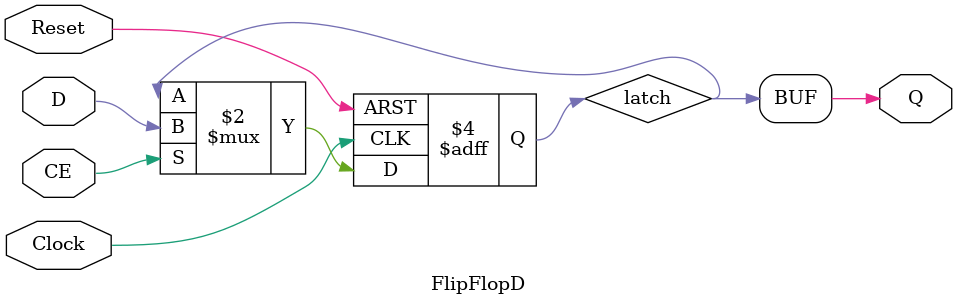
<source format=v>
`timescale 1ns / 1ps


module FlipFlopD(
    input Clock,
    input Reset,
    input CE,
    input D,
    output Q
    );

reg latch;
assign Q = latch;

always@(posedge Clock or posedge Reset) 
begin
    if(Reset)
        latch <=0;
    else
        if(CE)
            latch <= D;
end
endmodule

</source>
